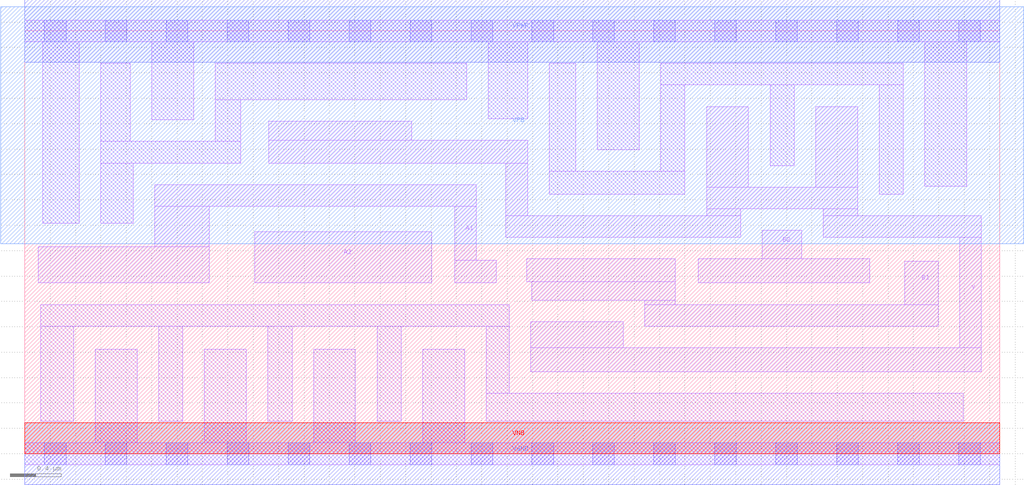
<source format=lef>
# Copyright 2020 The SkyWater PDK Authors
#
# Licensed under the Apache License, Version 2.0 (the "License");
# you may not use this file except in compliance with the License.
# You may obtain a copy of the License at
#
#     https://www.apache.org/licenses/LICENSE-2.0
#
# Unless required by applicable law or agreed to in writing, software
# distributed under the License is distributed on an "AS IS" BASIS,
# WITHOUT WARRANTIES OR CONDITIONS OF ANY KIND, either express or implied.
# See the License for the specific language governing permissions and
# limitations under the License.
#
# SPDX-License-Identifier: Apache-2.0

VERSION 5.7 ;
  NOWIREEXTENSIONATPIN ON ;
  DIVIDERCHAR "/" ;
  BUSBITCHARS "[]" ;
MACRO sky130_fd_sc_lp__o22ai_4
  CLASS CORE ;
  FOREIGN sky130_fd_sc_lp__o22ai_4 ;
  ORIGIN  0.000000  0.000000 ;
  SIZE  7.680000 BY  3.330000 ;
  SYMMETRY X Y R90 ;
  SITE unit ;
  PIN A1
    ANTENNAGATEAREA  1.260000 ;
    DIRECTION INPUT ;
    USE SIGNAL ;
    PORT
      LAYER li1 ;
        RECT 0.105000 1.345000 1.455000 1.630000 ;
        RECT 1.025000 1.630000 1.455000 1.950000 ;
        RECT 1.025000 1.950000 3.555000 2.120000 ;
        RECT 3.385000 1.345000 3.715000 1.525000 ;
        RECT 3.385000 1.525000 3.555000 1.950000 ;
    END
  END A1
  PIN A2
    ANTENNAGATEAREA  1.260000 ;
    DIRECTION INPUT ;
    USE SIGNAL ;
    PORT
      LAYER li1 ;
        RECT 1.810000 1.345000 3.205000 1.750000 ;
    END
  END A2
  PIN B1
    ANTENNAGATEAREA  1.260000 ;
    DIRECTION INPUT ;
    USE SIGNAL ;
    PORT
      LAYER li1 ;
        RECT 3.955000 1.355000 5.125000 1.535000 ;
        RECT 3.995000 1.210000 5.125000 1.355000 ;
        RECT 4.885000 1.005000 7.195000 1.175000 ;
        RECT 4.885000 1.175000 5.125000 1.210000 ;
        RECT 6.930000 1.175000 7.195000 1.515000 ;
    END
  END B1
  PIN B2
    ANTENNAGATEAREA  1.260000 ;
    DIRECTION INPUT ;
    USE SIGNAL ;
    PORT
      LAYER li1 ;
        RECT 5.305000 1.345000 6.655000 1.535000 ;
        RECT 5.810000 1.535000 6.120000 1.760000 ;
    END
  END B2
  PIN Y
    ANTENNADIFFAREA  2.352000 ;
    DIRECTION OUTPUT ;
    USE SIGNAL ;
    PORT
      LAYER li1 ;
        RECT 1.920000 2.290000 3.960000 2.470000 ;
        RECT 1.920000 2.470000 3.050000 2.620000 ;
        RECT 3.790000 1.705000 5.640000 1.875000 ;
        RECT 3.790000 1.875000 3.960000 2.290000 ;
        RECT 3.985000 0.645000 7.535000 0.835000 ;
        RECT 3.985000 0.835000 4.715000 1.040000 ;
        RECT 5.370000 1.875000 5.640000 1.930000 ;
        RECT 5.370000 1.930000 6.560000 2.100000 ;
        RECT 5.370000 2.100000 5.700000 2.735000 ;
        RECT 6.230000 2.100000 6.560000 2.735000 ;
        RECT 6.290000 1.705000 7.535000 1.875000 ;
        RECT 6.290000 1.875000 6.560000 1.930000 ;
        RECT 7.365000 0.835000 7.535000 1.705000 ;
    END
  END Y
  PIN VGND
    DIRECTION INOUT ;
    USE GROUND ;
    PORT
      LAYER met1 ;
        RECT 0.000000 -0.245000 7.680000 0.245000 ;
    END
  END VGND
  PIN VNB
    DIRECTION INOUT ;
    USE GROUND ;
    PORT
      LAYER pwell ;
        RECT 0.000000 0.000000 7.680000 0.245000 ;
    END
  END VNB
  PIN VPB
    DIRECTION INOUT ;
    USE POWER ;
    PORT
      LAYER nwell ;
        RECT -0.190000 1.655000 7.870000 3.520000 ;
    END
  END VPB
  PIN VPWR
    DIRECTION INOUT ;
    USE POWER ;
    PORT
      LAYER met1 ;
        RECT 0.000000 3.085000 7.680000 3.575000 ;
    END
  END VPWR
  OBS
    LAYER li1 ;
      RECT 0.000000 -0.085000 7.680000 0.085000 ;
      RECT 0.000000  3.245000 7.680000 3.415000 ;
      RECT 0.125000  0.255000 0.385000 1.005000 ;
      RECT 0.125000  1.005000 3.815000 1.175000 ;
      RECT 0.140000  1.815000 0.430000 3.245000 ;
      RECT 0.555000  0.085000 0.885000 0.825000 ;
      RECT 0.600000  1.815000 0.855000 2.290000 ;
      RECT 0.600000  2.290000 1.700000 2.460000 ;
      RECT 0.600000  2.460000 0.830000 3.075000 ;
      RECT 1.000000  2.630000 1.330000 3.245000 ;
      RECT 1.055000  0.255000 1.245000 1.005000 ;
      RECT 1.415000  0.085000 1.745000 0.825000 ;
      RECT 1.500000  2.460000 1.700000 2.790000 ;
      RECT 1.500000  2.790000 3.480000 3.075000 ;
      RECT 1.915000  0.255000 2.105000 1.005000 ;
      RECT 2.275000  0.085000 2.605000 0.825000 ;
      RECT 2.775000  0.255000 2.965000 1.005000 ;
      RECT 3.135000  0.085000 3.465000 0.825000 ;
      RECT 3.635000  0.255000 7.390000 0.475000 ;
      RECT 3.635000  0.475000 3.815000 1.005000 ;
      RECT 3.650000  2.640000 3.960000 3.245000 ;
      RECT 4.130000  2.045000 5.200000 2.225000 ;
      RECT 4.130000  2.225000 4.340000 3.075000 ;
      RECT 4.510000  2.395000 4.840000 3.245000 ;
      RECT 5.010000  2.225000 5.200000 2.905000 ;
      RECT 5.010000  2.905000 6.920000 3.075000 ;
      RECT 5.870000  2.270000 6.060000 2.905000 ;
      RECT 6.730000  2.045000 6.920000 2.905000 ;
      RECT 7.090000  2.105000 7.420000 3.245000 ;
    LAYER mcon ;
      RECT 0.155000 -0.085000 0.325000 0.085000 ;
      RECT 0.155000  3.245000 0.325000 3.415000 ;
      RECT 0.635000 -0.085000 0.805000 0.085000 ;
      RECT 0.635000  3.245000 0.805000 3.415000 ;
      RECT 1.115000 -0.085000 1.285000 0.085000 ;
      RECT 1.115000  3.245000 1.285000 3.415000 ;
      RECT 1.595000 -0.085000 1.765000 0.085000 ;
      RECT 1.595000  3.245000 1.765000 3.415000 ;
      RECT 2.075000 -0.085000 2.245000 0.085000 ;
      RECT 2.075000  3.245000 2.245000 3.415000 ;
      RECT 2.555000 -0.085000 2.725000 0.085000 ;
      RECT 2.555000  3.245000 2.725000 3.415000 ;
      RECT 3.035000 -0.085000 3.205000 0.085000 ;
      RECT 3.035000  3.245000 3.205000 3.415000 ;
      RECT 3.515000 -0.085000 3.685000 0.085000 ;
      RECT 3.515000  3.245000 3.685000 3.415000 ;
      RECT 3.995000 -0.085000 4.165000 0.085000 ;
      RECT 3.995000  3.245000 4.165000 3.415000 ;
      RECT 4.475000 -0.085000 4.645000 0.085000 ;
      RECT 4.475000  3.245000 4.645000 3.415000 ;
      RECT 4.955000 -0.085000 5.125000 0.085000 ;
      RECT 4.955000  3.245000 5.125000 3.415000 ;
      RECT 5.435000 -0.085000 5.605000 0.085000 ;
      RECT 5.435000  3.245000 5.605000 3.415000 ;
      RECT 5.915000 -0.085000 6.085000 0.085000 ;
      RECT 5.915000  3.245000 6.085000 3.415000 ;
      RECT 6.395000 -0.085000 6.565000 0.085000 ;
      RECT 6.395000  3.245000 6.565000 3.415000 ;
      RECT 6.875000 -0.085000 7.045000 0.085000 ;
      RECT 6.875000  3.245000 7.045000 3.415000 ;
      RECT 7.355000 -0.085000 7.525000 0.085000 ;
      RECT 7.355000  3.245000 7.525000 3.415000 ;
  END
END sky130_fd_sc_lp__o22ai_4
END LIBRARY

</source>
